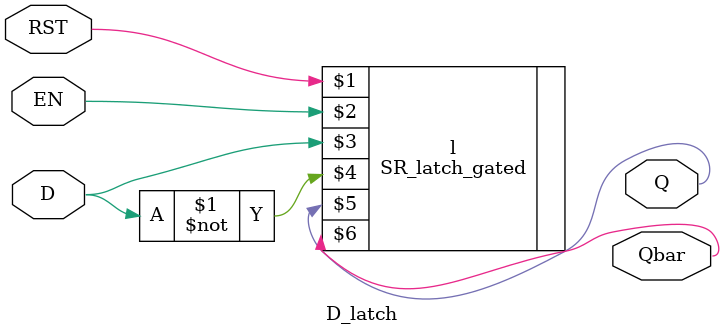
<source format=v>
`timescale 1ns / 1ps


module D_latch(
    input RST,
    input EN,
    input D,
    output Q,
    output Qbar
    );

    SR_latch_gated l(RST, EN, D, ~D, Q, Qbar);
    
endmodule

</source>
